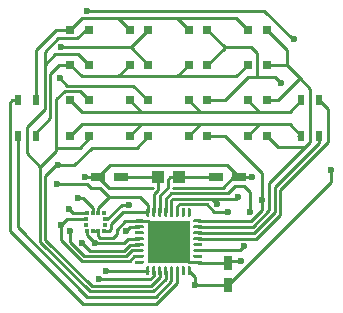
<source format=gbl>
G04 #@! TF.GenerationSoftware,KiCad,Pcbnew,5.1.9*
G04 #@! TF.CreationDate,2021-04-30T23:25:29+02:00*
G04 #@! TF.ProjectId,Watch,57617463-682e-46b6-9963-61645f706362,rev?*
G04 #@! TF.SameCoordinates,Original*
G04 #@! TF.FileFunction,Copper,L2,Bot*
G04 #@! TF.FilePolarity,Positive*
%FSLAX46Y46*%
G04 Gerber Fmt 4.6, Leading zero omitted, Abs format (unit mm)*
G04 Created by KiCad (PCBNEW 5.1.9) date 2021-04-30 23:25:29*
%MOMM*%
%LPD*%
G01*
G04 APERTURE LIST*
G04 #@! TA.AperFunction,SMDPad,CuDef*
%ADD10R,0.300000X0.350000*%
G04 #@! TD*
G04 #@! TA.AperFunction,SMDPad,CuDef*
%ADD11R,0.750000X1.200000*%
G04 #@! TD*
G04 #@! TA.AperFunction,SMDPad,CuDef*
%ADD12R,1.200000X0.750000*%
G04 #@! TD*
G04 #@! TA.AperFunction,SMDPad,CuDef*
%ADD13R,0.800000X0.800000*%
G04 #@! TD*
G04 #@! TA.AperFunction,SMDPad,CuDef*
%ADD14R,0.500000X0.900000*%
G04 #@! TD*
G04 #@! TA.AperFunction,SMDPad,CuDef*
%ADD15R,1.050000X1.100000*%
G04 #@! TD*
G04 #@! TA.AperFunction,SMDPad,CuDef*
%ADD16R,3.650000X3.650000*%
G04 #@! TD*
G04 #@! TA.AperFunction,ViaPad*
%ADD17C,0.600000*%
G04 #@! TD*
G04 #@! TA.AperFunction,Conductor*
%ADD18C,0.250000*%
G04 #@! TD*
G04 APERTURE END LIST*
D10*
X130543000Y-106557000D03*
X130543000Y-107057000D03*
X130568000Y-107582000D03*
X131068000Y-107582000D03*
X131568000Y-107582000D03*
X132068000Y-107582000D03*
X132093000Y-107057000D03*
X132093000Y-106557000D03*
X132068000Y-106032000D03*
X131568000Y-106032000D03*
X131068000Y-106032000D03*
X130568000Y-106032000D03*
D11*
X142494000Y-112136000D03*
X142494000Y-110236000D03*
D12*
X141550000Y-103000000D03*
X143450000Y-103000000D03*
X133450000Y-103000000D03*
X131550000Y-103000000D03*
D13*
X145800000Y-90500000D03*
X144200000Y-90500000D03*
X145800000Y-93500000D03*
X144200000Y-93500000D03*
X145800000Y-96500000D03*
X144200000Y-96500000D03*
X145800000Y-99500000D03*
X144200000Y-99500000D03*
X140800000Y-90500000D03*
X139200000Y-90500000D03*
X140800000Y-93500000D03*
X139200000Y-93500000D03*
X140800000Y-96500000D03*
X139200000Y-96500000D03*
X140800000Y-99500000D03*
X139200000Y-99500000D03*
X135800000Y-90500000D03*
X134200000Y-90500000D03*
X135800000Y-93500000D03*
X134200000Y-93500000D03*
X135800000Y-96500000D03*
X134200000Y-96500000D03*
X135800000Y-99500000D03*
X134200000Y-99500000D03*
X130800000Y-90500000D03*
X129200000Y-90500000D03*
X130800000Y-93500000D03*
X129200000Y-93500000D03*
X130800000Y-96500000D03*
X129200000Y-96500000D03*
X130800000Y-99500000D03*
X129200000Y-99500000D03*
D14*
X126250000Y-96500000D03*
X124750000Y-96500000D03*
X126250000Y-99500000D03*
X124750000Y-99500000D03*
X148750000Y-96500000D03*
X150250000Y-96500000D03*
X148750000Y-99500000D03*
X150250000Y-99500000D03*
D15*
X136575000Y-103000000D03*
X138425000Y-103000000D03*
G04 #@! TA.AperFunction,SMDPad,CuDef*
G36*
G01*
X135687500Y-105608000D02*
X135812500Y-105608000D01*
G75*
G02*
X135875000Y-105670500I0J-62500D01*
G01*
X135875000Y-106295500D01*
G75*
G02*
X135812500Y-106358000I-62500J0D01*
G01*
X135687500Y-106358000D01*
G75*
G02*
X135625000Y-106295500I0J62500D01*
G01*
X135625000Y-105670500D01*
G75*
G02*
X135687500Y-105608000I62500J0D01*
G01*
G37*
G04 #@! TD.AperFunction*
G04 #@! TA.AperFunction,SMDPad,CuDef*
G36*
G01*
X136187500Y-105608000D02*
X136312500Y-105608000D01*
G75*
G02*
X136375000Y-105670500I0J-62500D01*
G01*
X136375000Y-106295500D01*
G75*
G02*
X136312500Y-106358000I-62500J0D01*
G01*
X136187500Y-106358000D01*
G75*
G02*
X136125000Y-106295500I0J62500D01*
G01*
X136125000Y-105670500D01*
G75*
G02*
X136187500Y-105608000I62500J0D01*
G01*
G37*
G04 #@! TD.AperFunction*
G04 #@! TA.AperFunction,SMDPad,CuDef*
G36*
G01*
X136687500Y-105608000D02*
X136812500Y-105608000D01*
G75*
G02*
X136875000Y-105670500I0J-62500D01*
G01*
X136875000Y-106295500D01*
G75*
G02*
X136812500Y-106358000I-62500J0D01*
G01*
X136687500Y-106358000D01*
G75*
G02*
X136625000Y-106295500I0J62500D01*
G01*
X136625000Y-105670500D01*
G75*
G02*
X136687500Y-105608000I62500J0D01*
G01*
G37*
G04 #@! TD.AperFunction*
G04 #@! TA.AperFunction,SMDPad,CuDef*
G36*
G01*
X137187500Y-105608000D02*
X137312500Y-105608000D01*
G75*
G02*
X137375000Y-105670500I0J-62500D01*
G01*
X137375000Y-106295500D01*
G75*
G02*
X137312500Y-106358000I-62500J0D01*
G01*
X137187500Y-106358000D01*
G75*
G02*
X137125000Y-106295500I0J62500D01*
G01*
X137125000Y-105670500D01*
G75*
G02*
X137187500Y-105608000I62500J0D01*
G01*
G37*
G04 #@! TD.AperFunction*
G04 #@! TA.AperFunction,SMDPad,CuDef*
G36*
G01*
X137687500Y-105608000D02*
X137812500Y-105608000D01*
G75*
G02*
X137875000Y-105670500I0J-62500D01*
G01*
X137875000Y-106295500D01*
G75*
G02*
X137812500Y-106358000I-62500J0D01*
G01*
X137687500Y-106358000D01*
G75*
G02*
X137625000Y-106295500I0J62500D01*
G01*
X137625000Y-105670500D01*
G75*
G02*
X137687500Y-105608000I62500J0D01*
G01*
G37*
G04 #@! TD.AperFunction*
G04 #@! TA.AperFunction,SMDPad,CuDef*
G36*
G01*
X138187500Y-105608000D02*
X138312500Y-105608000D01*
G75*
G02*
X138375000Y-105670500I0J-62500D01*
G01*
X138375000Y-106295500D01*
G75*
G02*
X138312500Y-106358000I-62500J0D01*
G01*
X138187500Y-106358000D01*
G75*
G02*
X138125000Y-106295500I0J62500D01*
G01*
X138125000Y-105670500D01*
G75*
G02*
X138187500Y-105608000I62500J0D01*
G01*
G37*
G04 #@! TD.AperFunction*
G04 #@! TA.AperFunction,SMDPad,CuDef*
G36*
G01*
X138687500Y-105608000D02*
X138812500Y-105608000D01*
G75*
G02*
X138875000Y-105670500I0J-62500D01*
G01*
X138875000Y-106295500D01*
G75*
G02*
X138812500Y-106358000I-62500J0D01*
G01*
X138687500Y-106358000D01*
G75*
G02*
X138625000Y-106295500I0J62500D01*
G01*
X138625000Y-105670500D01*
G75*
G02*
X138687500Y-105608000I62500J0D01*
G01*
G37*
G04 #@! TD.AperFunction*
G04 #@! TA.AperFunction,SMDPad,CuDef*
G36*
G01*
X139187500Y-105608000D02*
X139312500Y-105608000D01*
G75*
G02*
X139375000Y-105670500I0J-62500D01*
G01*
X139375000Y-106295500D01*
G75*
G02*
X139312500Y-106358000I-62500J0D01*
G01*
X139187500Y-106358000D01*
G75*
G02*
X139125000Y-106295500I0J62500D01*
G01*
X139125000Y-105670500D01*
G75*
G02*
X139187500Y-105608000I62500J0D01*
G01*
G37*
G04 #@! TD.AperFunction*
G04 #@! TA.AperFunction,SMDPad,CuDef*
G36*
G01*
X139662500Y-106583000D02*
X140287500Y-106583000D01*
G75*
G02*
X140350000Y-106645500I0J-62500D01*
G01*
X140350000Y-106770500D01*
G75*
G02*
X140287500Y-106833000I-62500J0D01*
G01*
X139662500Y-106833000D01*
G75*
G02*
X139600000Y-106770500I0J62500D01*
G01*
X139600000Y-106645500D01*
G75*
G02*
X139662500Y-106583000I62500J0D01*
G01*
G37*
G04 #@! TD.AperFunction*
G04 #@! TA.AperFunction,SMDPad,CuDef*
G36*
G01*
X139662500Y-107083000D02*
X140287500Y-107083000D01*
G75*
G02*
X140350000Y-107145500I0J-62500D01*
G01*
X140350000Y-107270500D01*
G75*
G02*
X140287500Y-107333000I-62500J0D01*
G01*
X139662500Y-107333000D01*
G75*
G02*
X139600000Y-107270500I0J62500D01*
G01*
X139600000Y-107145500D01*
G75*
G02*
X139662500Y-107083000I62500J0D01*
G01*
G37*
G04 #@! TD.AperFunction*
G04 #@! TA.AperFunction,SMDPad,CuDef*
G36*
G01*
X139662500Y-107583000D02*
X140287500Y-107583000D01*
G75*
G02*
X140350000Y-107645500I0J-62500D01*
G01*
X140350000Y-107770500D01*
G75*
G02*
X140287500Y-107833000I-62500J0D01*
G01*
X139662500Y-107833000D01*
G75*
G02*
X139600000Y-107770500I0J62500D01*
G01*
X139600000Y-107645500D01*
G75*
G02*
X139662500Y-107583000I62500J0D01*
G01*
G37*
G04 #@! TD.AperFunction*
G04 #@! TA.AperFunction,SMDPad,CuDef*
G36*
G01*
X139662500Y-108083000D02*
X140287500Y-108083000D01*
G75*
G02*
X140350000Y-108145500I0J-62500D01*
G01*
X140350000Y-108270500D01*
G75*
G02*
X140287500Y-108333000I-62500J0D01*
G01*
X139662500Y-108333000D01*
G75*
G02*
X139600000Y-108270500I0J62500D01*
G01*
X139600000Y-108145500D01*
G75*
G02*
X139662500Y-108083000I62500J0D01*
G01*
G37*
G04 #@! TD.AperFunction*
G04 #@! TA.AperFunction,SMDPad,CuDef*
G36*
G01*
X139662500Y-108583000D02*
X140287500Y-108583000D01*
G75*
G02*
X140350000Y-108645500I0J-62500D01*
G01*
X140350000Y-108770500D01*
G75*
G02*
X140287500Y-108833000I-62500J0D01*
G01*
X139662500Y-108833000D01*
G75*
G02*
X139600000Y-108770500I0J62500D01*
G01*
X139600000Y-108645500D01*
G75*
G02*
X139662500Y-108583000I62500J0D01*
G01*
G37*
G04 #@! TD.AperFunction*
G04 #@! TA.AperFunction,SMDPad,CuDef*
G36*
G01*
X139662500Y-109083000D02*
X140287500Y-109083000D01*
G75*
G02*
X140350000Y-109145500I0J-62500D01*
G01*
X140350000Y-109270500D01*
G75*
G02*
X140287500Y-109333000I-62500J0D01*
G01*
X139662500Y-109333000D01*
G75*
G02*
X139600000Y-109270500I0J62500D01*
G01*
X139600000Y-109145500D01*
G75*
G02*
X139662500Y-109083000I62500J0D01*
G01*
G37*
G04 #@! TD.AperFunction*
G04 #@! TA.AperFunction,SMDPad,CuDef*
G36*
G01*
X139662500Y-109583000D02*
X140287500Y-109583000D01*
G75*
G02*
X140350000Y-109645500I0J-62500D01*
G01*
X140350000Y-109770500D01*
G75*
G02*
X140287500Y-109833000I-62500J0D01*
G01*
X139662500Y-109833000D01*
G75*
G02*
X139600000Y-109770500I0J62500D01*
G01*
X139600000Y-109645500D01*
G75*
G02*
X139662500Y-109583000I62500J0D01*
G01*
G37*
G04 #@! TD.AperFunction*
G04 #@! TA.AperFunction,SMDPad,CuDef*
G36*
G01*
X139662500Y-110083000D02*
X140287500Y-110083000D01*
G75*
G02*
X140350000Y-110145500I0J-62500D01*
G01*
X140350000Y-110270500D01*
G75*
G02*
X140287500Y-110333000I-62500J0D01*
G01*
X139662500Y-110333000D01*
G75*
G02*
X139600000Y-110270500I0J62500D01*
G01*
X139600000Y-110145500D01*
G75*
G02*
X139662500Y-110083000I62500J0D01*
G01*
G37*
G04 #@! TD.AperFunction*
G04 #@! TA.AperFunction,SMDPad,CuDef*
G36*
G01*
X139187500Y-110558000D02*
X139312500Y-110558000D01*
G75*
G02*
X139375000Y-110620500I0J-62500D01*
G01*
X139375000Y-111245500D01*
G75*
G02*
X139312500Y-111308000I-62500J0D01*
G01*
X139187500Y-111308000D01*
G75*
G02*
X139125000Y-111245500I0J62500D01*
G01*
X139125000Y-110620500D01*
G75*
G02*
X139187500Y-110558000I62500J0D01*
G01*
G37*
G04 #@! TD.AperFunction*
G04 #@! TA.AperFunction,SMDPad,CuDef*
G36*
G01*
X138687500Y-110558000D02*
X138812500Y-110558000D01*
G75*
G02*
X138875000Y-110620500I0J-62500D01*
G01*
X138875000Y-111245500D01*
G75*
G02*
X138812500Y-111308000I-62500J0D01*
G01*
X138687500Y-111308000D01*
G75*
G02*
X138625000Y-111245500I0J62500D01*
G01*
X138625000Y-110620500D01*
G75*
G02*
X138687500Y-110558000I62500J0D01*
G01*
G37*
G04 #@! TD.AperFunction*
G04 #@! TA.AperFunction,SMDPad,CuDef*
G36*
G01*
X138187500Y-110558000D02*
X138312500Y-110558000D01*
G75*
G02*
X138375000Y-110620500I0J-62500D01*
G01*
X138375000Y-111245500D01*
G75*
G02*
X138312500Y-111308000I-62500J0D01*
G01*
X138187500Y-111308000D01*
G75*
G02*
X138125000Y-111245500I0J62500D01*
G01*
X138125000Y-110620500D01*
G75*
G02*
X138187500Y-110558000I62500J0D01*
G01*
G37*
G04 #@! TD.AperFunction*
G04 #@! TA.AperFunction,SMDPad,CuDef*
G36*
G01*
X137687500Y-110558000D02*
X137812500Y-110558000D01*
G75*
G02*
X137875000Y-110620500I0J-62500D01*
G01*
X137875000Y-111245500D01*
G75*
G02*
X137812500Y-111308000I-62500J0D01*
G01*
X137687500Y-111308000D01*
G75*
G02*
X137625000Y-111245500I0J62500D01*
G01*
X137625000Y-110620500D01*
G75*
G02*
X137687500Y-110558000I62500J0D01*
G01*
G37*
G04 #@! TD.AperFunction*
G04 #@! TA.AperFunction,SMDPad,CuDef*
G36*
G01*
X137187500Y-110558000D02*
X137312500Y-110558000D01*
G75*
G02*
X137375000Y-110620500I0J-62500D01*
G01*
X137375000Y-111245500D01*
G75*
G02*
X137312500Y-111308000I-62500J0D01*
G01*
X137187500Y-111308000D01*
G75*
G02*
X137125000Y-111245500I0J62500D01*
G01*
X137125000Y-110620500D01*
G75*
G02*
X137187500Y-110558000I62500J0D01*
G01*
G37*
G04 #@! TD.AperFunction*
G04 #@! TA.AperFunction,SMDPad,CuDef*
G36*
G01*
X136687500Y-110558000D02*
X136812500Y-110558000D01*
G75*
G02*
X136875000Y-110620500I0J-62500D01*
G01*
X136875000Y-111245500D01*
G75*
G02*
X136812500Y-111308000I-62500J0D01*
G01*
X136687500Y-111308000D01*
G75*
G02*
X136625000Y-111245500I0J62500D01*
G01*
X136625000Y-110620500D01*
G75*
G02*
X136687500Y-110558000I62500J0D01*
G01*
G37*
G04 #@! TD.AperFunction*
G04 #@! TA.AperFunction,SMDPad,CuDef*
G36*
G01*
X136187500Y-110558000D02*
X136312500Y-110558000D01*
G75*
G02*
X136375000Y-110620500I0J-62500D01*
G01*
X136375000Y-111245500D01*
G75*
G02*
X136312500Y-111308000I-62500J0D01*
G01*
X136187500Y-111308000D01*
G75*
G02*
X136125000Y-111245500I0J62500D01*
G01*
X136125000Y-110620500D01*
G75*
G02*
X136187500Y-110558000I62500J0D01*
G01*
G37*
G04 #@! TD.AperFunction*
G04 #@! TA.AperFunction,SMDPad,CuDef*
G36*
G01*
X135687500Y-110558000D02*
X135812500Y-110558000D01*
G75*
G02*
X135875000Y-110620500I0J-62500D01*
G01*
X135875000Y-111245500D01*
G75*
G02*
X135812500Y-111308000I-62500J0D01*
G01*
X135687500Y-111308000D01*
G75*
G02*
X135625000Y-111245500I0J62500D01*
G01*
X135625000Y-110620500D01*
G75*
G02*
X135687500Y-110558000I62500J0D01*
G01*
G37*
G04 #@! TD.AperFunction*
G04 #@! TA.AperFunction,SMDPad,CuDef*
G36*
G01*
X134712500Y-110083000D02*
X135337500Y-110083000D01*
G75*
G02*
X135400000Y-110145500I0J-62500D01*
G01*
X135400000Y-110270500D01*
G75*
G02*
X135337500Y-110333000I-62500J0D01*
G01*
X134712500Y-110333000D01*
G75*
G02*
X134650000Y-110270500I0J62500D01*
G01*
X134650000Y-110145500D01*
G75*
G02*
X134712500Y-110083000I62500J0D01*
G01*
G37*
G04 #@! TD.AperFunction*
G04 #@! TA.AperFunction,SMDPad,CuDef*
G36*
G01*
X134712500Y-109583000D02*
X135337500Y-109583000D01*
G75*
G02*
X135400000Y-109645500I0J-62500D01*
G01*
X135400000Y-109770500D01*
G75*
G02*
X135337500Y-109833000I-62500J0D01*
G01*
X134712500Y-109833000D01*
G75*
G02*
X134650000Y-109770500I0J62500D01*
G01*
X134650000Y-109645500D01*
G75*
G02*
X134712500Y-109583000I62500J0D01*
G01*
G37*
G04 #@! TD.AperFunction*
G04 #@! TA.AperFunction,SMDPad,CuDef*
G36*
G01*
X134712500Y-109083000D02*
X135337500Y-109083000D01*
G75*
G02*
X135400000Y-109145500I0J-62500D01*
G01*
X135400000Y-109270500D01*
G75*
G02*
X135337500Y-109333000I-62500J0D01*
G01*
X134712500Y-109333000D01*
G75*
G02*
X134650000Y-109270500I0J62500D01*
G01*
X134650000Y-109145500D01*
G75*
G02*
X134712500Y-109083000I62500J0D01*
G01*
G37*
G04 #@! TD.AperFunction*
G04 #@! TA.AperFunction,SMDPad,CuDef*
G36*
G01*
X134712500Y-108583000D02*
X135337500Y-108583000D01*
G75*
G02*
X135400000Y-108645500I0J-62500D01*
G01*
X135400000Y-108770500D01*
G75*
G02*
X135337500Y-108833000I-62500J0D01*
G01*
X134712500Y-108833000D01*
G75*
G02*
X134650000Y-108770500I0J62500D01*
G01*
X134650000Y-108645500D01*
G75*
G02*
X134712500Y-108583000I62500J0D01*
G01*
G37*
G04 #@! TD.AperFunction*
G04 #@! TA.AperFunction,SMDPad,CuDef*
G36*
G01*
X134712500Y-108083000D02*
X135337500Y-108083000D01*
G75*
G02*
X135400000Y-108145500I0J-62500D01*
G01*
X135400000Y-108270500D01*
G75*
G02*
X135337500Y-108333000I-62500J0D01*
G01*
X134712500Y-108333000D01*
G75*
G02*
X134650000Y-108270500I0J62500D01*
G01*
X134650000Y-108145500D01*
G75*
G02*
X134712500Y-108083000I62500J0D01*
G01*
G37*
G04 #@! TD.AperFunction*
G04 #@! TA.AperFunction,SMDPad,CuDef*
G36*
G01*
X134712500Y-107583000D02*
X135337500Y-107583000D01*
G75*
G02*
X135400000Y-107645500I0J-62500D01*
G01*
X135400000Y-107770500D01*
G75*
G02*
X135337500Y-107833000I-62500J0D01*
G01*
X134712500Y-107833000D01*
G75*
G02*
X134650000Y-107770500I0J62500D01*
G01*
X134650000Y-107645500D01*
G75*
G02*
X134712500Y-107583000I62500J0D01*
G01*
G37*
G04 #@! TD.AperFunction*
G04 #@! TA.AperFunction,SMDPad,CuDef*
G36*
G01*
X134712500Y-107083000D02*
X135337500Y-107083000D01*
G75*
G02*
X135400000Y-107145500I0J-62500D01*
G01*
X135400000Y-107270500D01*
G75*
G02*
X135337500Y-107333000I-62500J0D01*
G01*
X134712500Y-107333000D01*
G75*
G02*
X134650000Y-107270500I0J62500D01*
G01*
X134650000Y-107145500D01*
G75*
G02*
X134712500Y-107083000I62500J0D01*
G01*
G37*
G04 #@! TD.AperFunction*
G04 #@! TA.AperFunction,SMDPad,CuDef*
G36*
G01*
X134712500Y-106583000D02*
X135337500Y-106583000D01*
G75*
G02*
X135400000Y-106645500I0J-62500D01*
G01*
X135400000Y-106770500D01*
G75*
G02*
X135337500Y-106833000I-62500J0D01*
G01*
X134712500Y-106833000D01*
G75*
G02*
X134650000Y-106770500I0J62500D01*
G01*
X134650000Y-106645500D01*
G75*
G02*
X134712500Y-106583000I62500J0D01*
G01*
G37*
G04 #@! TD.AperFunction*
D16*
X137500000Y-108458000D03*
D17*
X143364094Y-104657990D03*
X141605000Y-105283000D03*
X128083979Y-103612012D03*
X151257000Y-102362000D03*
X139783990Y-112141000D03*
X144600000Y-102997000D03*
X143637000Y-110109000D03*
X130425658Y-102987002D03*
X129032000Y-105664000D03*
X129168990Y-107578990D03*
X128397000Y-107061000D03*
X144398730Y-105917730D03*
X129794000Y-104775000D03*
X130175000Y-108585000D03*
X134149906Y-105320906D03*
X142494000Y-105918000D03*
X131246161Y-108592994D03*
X147000000Y-95000000D03*
X145413968Y-104901988D03*
X128397000Y-91948000D03*
X128270000Y-94615000D03*
X128124000Y-102000000D03*
X131653034Y-111585649D03*
X132185070Y-110986894D03*
X133858000Y-107569000D03*
X143885814Y-108845223D03*
X148082000Y-91313000D03*
X130556000Y-88900000D03*
D18*
X135050000Y-104648000D02*
X135750000Y-105348000D01*
X135750000Y-105348000D02*
X135750000Y-105983000D01*
X133858000Y-104648000D02*
X135050000Y-104648000D01*
X131568000Y-106032000D02*
X131568000Y-105607000D01*
X132461000Y-104648000D02*
X133858000Y-104648000D01*
X132461000Y-104714000D02*
X131568000Y-105607000D01*
X132461000Y-104648000D02*
X132461000Y-104714000D01*
X134555000Y-105983000D02*
X135750000Y-105983000D01*
X133666000Y-105983000D02*
X134555000Y-105983000D01*
X132651500Y-107398500D02*
X132651500Y-106997500D01*
X132468000Y-107582000D02*
X132651500Y-107398500D01*
X132651500Y-106997500D02*
X133666000Y-105983000D01*
X132068000Y-107582000D02*
X132468000Y-107582000D01*
X143181033Y-104841051D02*
X143364094Y-104657990D01*
X137750000Y-105983000D02*
X137750000Y-104948410D01*
X137750000Y-104948410D02*
X137857359Y-104841051D01*
X140776949Y-104841051D02*
X141163051Y-104841051D01*
X140776949Y-104841051D02*
X143181033Y-104841051D01*
X137857359Y-104841051D02*
X140776949Y-104841051D01*
X141163051Y-104841051D02*
X141605000Y-105283000D01*
X132461000Y-104648000D02*
X131725011Y-103912011D01*
X130610990Y-103612012D02*
X130910989Y-103912011D01*
X128083979Y-103612012D02*
X130610990Y-103612012D01*
X131725011Y-103912011D02*
X130910989Y-103912011D01*
X142494000Y-112136000D02*
X142499000Y-112136000D01*
X151257000Y-103378000D02*
X151257000Y-102362000D01*
X142499000Y-112136000D02*
X151257000Y-103378000D01*
X139788990Y-112136000D02*
X139783990Y-112141000D01*
X139783990Y-111466990D02*
X139783990Y-112141000D01*
X142494000Y-112136000D02*
X139788990Y-112136000D01*
X139250000Y-110933000D02*
X139783990Y-111466990D01*
X132750000Y-102000000D02*
X142000000Y-102000000D01*
X132750000Y-102000000D02*
X132550000Y-102000000D01*
X142450000Y-102000000D02*
X143450000Y-103000000D01*
X132550000Y-102000000D02*
X131550000Y-103000000D01*
X142000000Y-102000000D02*
X142450000Y-102000000D01*
X142450000Y-102000000D02*
X143450000Y-103000000D01*
X131068000Y-107582000D02*
X131568000Y-107582000D01*
X131550000Y-103000000D02*
X132436000Y-103886000D01*
X132436000Y-103886000D02*
X135763000Y-103886000D01*
X135763000Y-103886000D02*
X136144000Y-103886000D01*
X135750000Y-106708000D02*
X137500000Y-108458000D01*
X135025000Y-106708000D02*
X135750000Y-106708000D01*
X139250000Y-110208000D02*
X137500000Y-108458000D01*
X139975000Y-110208000D02*
X139250000Y-110208000D01*
X144650000Y-103000000D02*
X144653000Y-102997000D01*
X144597000Y-103000000D02*
X144600000Y-102997000D01*
X143450000Y-103000000D02*
X144597000Y-103000000D01*
X142621000Y-110109000D02*
X142494000Y-110236000D01*
X143637000Y-110109000D02*
X142621000Y-110109000D01*
X140003000Y-110236000D02*
X139975000Y-110208000D01*
X142494000Y-110236000D02*
X140003000Y-110236000D01*
X142996179Y-103000000D02*
X142110179Y-103886000D01*
X142110179Y-103886000D02*
X137875011Y-103886000D01*
X143450000Y-103000000D02*
X142996179Y-103000000D01*
X131550000Y-103000000D02*
X130438656Y-103000000D01*
X133830000Y-106708000D02*
X135025000Y-106708000D01*
X131568000Y-108007000D02*
X131703983Y-108142983D01*
X133101511Y-107436489D02*
X133830000Y-106708000D01*
X131703983Y-108142983D02*
X132776017Y-108142983D01*
X132776017Y-108142983D02*
X133101511Y-107817489D01*
X131568000Y-107582000D02*
X131568000Y-108007000D01*
X133101511Y-107817489D02*
X133101511Y-107436489D01*
X138225000Y-89525000D02*
X143225000Y-89525000D01*
X143225000Y-89525000D02*
X144200000Y-90500000D01*
X138225000Y-89525000D02*
X139200000Y-90500000D01*
X129200000Y-90500000D02*
X129250000Y-90500000D01*
X133225000Y-89525000D02*
X134200000Y-90500000D01*
X127964000Y-90500000D02*
X128321000Y-90500000D01*
X126250000Y-92214000D02*
X127964000Y-90500000D01*
X128321000Y-90500000D02*
X129200000Y-90500000D01*
X126250000Y-96500000D02*
X126250000Y-92214000D01*
X133225000Y-89525000D02*
X133741000Y-89525000D01*
X133741000Y-89525000D02*
X134102000Y-89525000D01*
X134102000Y-89525000D02*
X138225000Y-89525000D01*
X129200000Y-90500000D02*
X130175000Y-89525000D01*
X130175000Y-89525000D02*
X130566000Y-89525000D01*
X130566000Y-89525000D02*
X130275000Y-89525000D01*
X134102000Y-89525000D02*
X130566000Y-89525000D01*
X138225000Y-94475000D02*
X143225000Y-94475000D01*
X143225000Y-94475000D02*
X144200000Y-93500000D01*
X133225000Y-94475000D02*
X138225000Y-94475000D01*
X138225000Y-94475000D02*
X139200000Y-93500000D01*
X133225000Y-94475000D02*
X134200000Y-93500000D01*
X126250000Y-99500000D02*
X126250000Y-99250000D01*
X126250000Y-99250000D02*
X127500000Y-98000000D01*
X127500000Y-98000000D02*
X127500000Y-95200000D01*
X127500000Y-95200000D02*
X127500000Y-94242000D01*
X128242000Y-93500000D02*
X129200000Y-93500000D01*
X127500000Y-94242000D02*
X128242000Y-93500000D01*
X129200000Y-93500000D02*
X129200000Y-93513000D01*
X130162000Y-94475000D02*
X130289000Y-94475000D01*
X129200000Y-93513000D02*
X130162000Y-94475000D01*
X130289000Y-94475000D02*
X133225000Y-94475000D01*
X136250000Y-97500000D02*
X130200000Y-97500000D01*
X130200000Y-97500000D02*
X129200000Y-96500000D01*
X140250000Y-97500000D02*
X136250000Y-97500000D01*
X136250000Y-97500000D02*
X135200000Y-97500000D01*
X135200000Y-97500000D02*
X134200000Y-96500000D01*
X145200000Y-97500000D02*
X147750000Y-97500000D01*
X147750000Y-97500000D02*
X148750000Y-96500000D01*
X145200000Y-97500000D02*
X140250000Y-97500000D01*
X140250000Y-97500000D02*
X140200000Y-97500000D01*
X140200000Y-97500000D02*
X139200000Y-96500000D01*
X145200000Y-97500000D02*
X144200000Y-96500000D01*
X145250000Y-98500000D02*
X147750000Y-98500000D01*
X147750000Y-98500000D02*
X148750000Y-99500000D01*
X135200000Y-98500000D02*
X130200000Y-98500000D01*
X130200000Y-98500000D02*
X129200000Y-99500000D01*
X140250000Y-98500000D02*
X135200000Y-98500000D01*
X135200000Y-98500000D02*
X134200000Y-99500000D01*
X145250000Y-98500000D02*
X140250000Y-98500000D01*
X140250000Y-98500000D02*
X140200000Y-98500000D01*
X140200000Y-98500000D02*
X139200000Y-99500000D01*
X148750000Y-99500000D02*
X148500000Y-99500000D01*
X145250000Y-98500000D02*
X145200000Y-98500000D01*
X145200000Y-98500000D02*
X144200000Y-99500000D01*
X144200000Y-99500000D02*
X144200000Y-99700000D01*
X139200000Y-99500000D02*
X139200000Y-99700000D01*
X130568000Y-106032000D02*
X129400000Y-106032000D01*
X129400000Y-106032000D02*
X129032000Y-105664000D01*
X130337121Y-109672125D02*
X129168990Y-108503994D01*
X135025000Y-109208000D02*
X134383643Y-109208000D01*
X134383643Y-109208000D02*
X133919518Y-109672125D01*
X133919518Y-109672125D02*
X130337121Y-109672125D01*
X129168990Y-108503994D02*
X129168990Y-107578990D01*
X130543000Y-106557000D02*
X128901000Y-106557000D01*
X128901000Y-106557000D02*
X128397000Y-107061000D01*
X128397000Y-108297704D02*
X130204765Y-110105469D01*
X134601978Y-109708000D02*
X135025000Y-109708000D01*
X128397000Y-107061000D02*
X128397000Y-108297704D01*
X134204509Y-110105469D02*
X134601978Y-109708000D01*
X132845531Y-110105469D02*
X132464531Y-110105469D01*
X131314469Y-110105469D02*
X133219469Y-110105469D01*
X133219469Y-110105469D02*
X134204509Y-110105469D01*
X132845531Y-110105469D02*
X133219469Y-110105469D01*
X130204765Y-110105469D02*
X131314469Y-110105469D01*
X131314469Y-110105469D02*
X131812331Y-110105469D01*
X144398730Y-104767908D02*
X144398730Y-105917730D01*
X144398730Y-104266730D02*
X144398730Y-104767908D01*
X143891000Y-103759000D02*
X144398730Y-104266730D01*
X143129000Y-103759000D02*
X143891000Y-103759000D01*
X142551991Y-104336009D02*
X143129000Y-103759000D01*
X137725990Y-104336009D02*
X142551991Y-104336009D01*
X137250000Y-104812000D02*
X137725990Y-104336009D01*
X137250000Y-105983000D02*
X137250000Y-104812000D01*
X131068000Y-105621998D02*
X131068000Y-106032000D01*
X130221002Y-104775000D02*
X131068000Y-105621998D01*
X129794000Y-104775000D02*
X130221002Y-104775000D01*
X134489000Y-108708000D02*
X135025000Y-108708000D01*
X134263851Y-108708000D02*
X134489000Y-108708000D01*
X134247233Y-108708000D02*
X134489000Y-108708000D01*
X133735242Y-109219991D02*
X134247233Y-108708000D01*
X133730991Y-109219991D02*
X133735242Y-109219991D01*
X134242982Y-108708000D02*
X133730991Y-109219991D01*
X135025000Y-108708000D02*
X134242982Y-108708000D01*
X130809991Y-109219991D02*
X130175000Y-108585000D01*
X131466904Y-109219991D02*
X130809991Y-109219991D01*
X131466904Y-109219991D02*
X133730991Y-109219991D01*
X138425000Y-103000000D02*
X141550000Y-103000000D01*
X138425000Y-103000000D02*
X137650000Y-103000000D01*
X137650000Y-103000000D02*
X137425001Y-103224999D01*
X137425001Y-103224999D02*
X137425001Y-103877821D01*
X137425001Y-103877821D02*
X136750000Y-104552822D01*
X136750000Y-104552822D02*
X136750000Y-105348000D01*
X136750000Y-105348000D02*
X136750000Y-105983000D01*
X136575000Y-103000000D02*
X133450000Y-103000000D01*
X136250000Y-105348000D02*
X136250000Y-104416411D01*
X136250000Y-104416411D02*
X136594011Y-104072400D01*
X136594011Y-103019011D02*
X136575000Y-103000000D01*
X136594011Y-104072400D02*
X136594011Y-103019011D01*
X136250000Y-105348000D02*
X136250000Y-105983000D01*
X132093000Y-106557000D02*
X132316810Y-106557000D01*
X133552904Y-105320906D02*
X134149906Y-105320906D01*
X132316810Y-106557000D02*
X133552904Y-105320906D01*
X138250000Y-105463000D02*
X138250000Y-105983000D01*
X140753996Y-105283000D02*
X138430000Y-105283000D01*
X141388996Y-105918000D02*
X140753996Y-105283000D01*
X142494000Y-105918000D02*
X141388996Y-105918000D01*
X138430000Y-105283000D02*
X138250000Y-105463000D01*
X134106572Y-108208000D02*
X133721578Y-108592994D01*
X130568000Y-107914833D02*
X131246161Y-108592994D01*
X133721578Y-108592994D02*
X131246161Y-108592994D01*
X130568000Y-107582000D02*
X130568000Y-107914833D01*
X135025000Y-108208000D02*
X134106572Y-108208000D01*
X145800000Y-96500000D02*
X146750000Y-96500000D01*
X146750000Y-96500000D02*
X148625000Y-94625000D01*
X147500000Y-93500000D02*
X145800000Y-93500000D01*
X148625000Y-94625000D02*
X147500000Y-93500000D01*
X149500000Y-100052179D02*
X149500000Y-95500000D01*
X149500000Y-95500000D02*
X148625000Y-94625000D01*
X146050000Y-99750000D02*
X145800000Y-99500000D01*
X149096590Y-100455590D02*
X147067410Y-100455590D01*
X149096590Y-100455590D02*
X149500000Y-100052179D01*
X144628770Y-107208000D02*
X146038978Y-105797792D01*
X139975000Y-107208000D02*
X144628770Y-107208000D01*
X146755590Y-100455590D02*
X145800000Y-99500000D01*
X147067410Y-100455590D02*
X146755590Y-100455590D01*
X149096590Y-100455590D02*
X149096590Y-100458410D01*
X149096590Y-100458410D02*
X146038978Y-103516022D01*
X146038978Y-105797792D02*
X146038978Y-103516022D01*
X147500000Y-92200000D02*
X145800000Y-90500000D01*
X147500000Y-93500000D02*
X147500000Y-92200000D01*
X146500000Y-94500000D02*
X145000000Y-94500000D01*
X147000000Y-95000000D02*
X146500000Y-94500000D01*
X140800000Y-99500000D02*
X140750000Y-99500000D01*
X140800000Y-99500000D02*
X141000000Y-99500000D01*
X145000000Y-94500000D02*
X144250000Y-94500000D01*
X142250000Y-96500000D02*
X140800000Y-96500000D01*
X144250000Y-94500000D02*
X142250000Y-96500000D01*
X142275000Y-92025000D02*
X142275000Y-91975000D01*
X142275000Y-91975000D02*
X140800000Y-90500000D01*
X142300000Y-92000000D02*
X142275000Y-92025000D01*
X142275000Y-92025000D02*
X140800000Y-93500000D01*
X144500000Y-92000000D02*
X142300000Y-92000000D01*
X145000000Y-92500000D02*
X144500000Y-92000000D01*
X145000000Y-94500000D02*
X145000000Y-92500000D01*
X142299000Y-99500000D02*
X145413968Y-102614968D01*
X145413968Y-102614968D02*
X145413968Y-104901988D01*
X140800000Y-99500000D02*
X142299000Y-99500000D01*
X145413968Y-105786392D02*
X145413968Y-104901988D01*
X144492359Y-106708000D02*
X145413968Y-105786392D01*
X139975000Y-106708000D02*
X144492359Y-106708000D01*
X134800000Y-100500000D02*
X135800000Y-99500000D01*
X135800000Y-99500000D02*
X135750000Y-99500000D01*
X131000000Y-100500000D02*
X134800000Y-100500000D01*
X134300000Y-92000000D02*
X135800000Y-93500000D01*
X134300000Y-92000000D02*
X135800000Y-90500000D01*
X135800000Y-93500000D02*
X135750000Y-93500000D01*
X135800000Y-90500000D02*
X135800000Y-90700000D01*
X129500000Y-102000000D02*
X131000000Y-100500000D01*
X128449000Y-92000000D02*
X128397000Y-91948000D01*
X134300000Y-92000000D02*
X128449000Y-92000000D01*
X127075011Y-108283008D02*
X131002653Y-112210650D01*
X136031783Y-112210650D02*
X136750000Y-111492433D01*
X131002653Y-112210650D02*
X136031783Y-112210650D01*
X136750000Y-111492433D02*
X136750000Y-110933000D01*
X127075011Y-102924989D02*
X127075011Y-108283008D01*
X128000000Y-102000000D02*
X127075011Y-102924989D01*
X135750000Y-96500000D02*
X134500000Y-95250000D01*
X128905000Y-95250000D02*
X128270000Y-94615000D01*
X130500000Y-95250000D02*
X128905000Y-95250000D01*
X130500000Y-95250000D02*
X134500000Y-95250000D01*
X135800000Y-96500000D02*
X135750000Y-96500000D01*
X128124000Y-102000000D02*
X129500000Y-102000000D01*
X128000000Y-102000000D02*
X128124000Y-102000000D01*
X128000000Y-100750000D02*
X128000000Y-100500000D01*
X128000000Y-100500000D02*
X130000000Y-100500000D01*
X130000000Y-100500000D02*
X130800000Y-99700000D01*
X130800000Y-99700000D02*
X130800000Y-99500000D01*
X128000000Y-100750000D02*
X126625000Y-102125000D01*
X125500000Y-98750000D02*
X127000000Y-97250000D01*
X127000000Y-97250000D02*
X127000000Y-93500000D01*
X125500000Y-100987590D02*
X125500000Y-98750000D01*
X126624999Y-102112589D02*
X125500000Y-100987590D01*
X126625000Y-102125000D02*
X126624999Y-102112589D01*
X128718600Y-95700011D02*
X130000011Y-95700011D01*
X128000000Y-100500000D02*
X128000000Y-96418611D01*
X128000000Y-96418611D02*
X128718600Y-95700011D01*
X130000011Y-95700011D02*
X130800000Y-96500000D01*
X129873002Y-92573002D02*
X130800000Y-93500000D01*
X127000000Y-92419996D02*
X127000000Y-93500000D01*
X130500000Y-90500000D02*
X129756011Y-91243989D01*
X129756011Y-91243989D02*
X128176007Y-91243989D01*
X127926998Y-92573002D02*
X129873002Y-92573002D01*
X128176007Y-91243989D02*
X127000000Y-92419996D01*
X127000000Y-93500000D02*
X127926998Y-92573002D01*
X130800000Y-90500000D02*
X130500000Y-90500000D01*
X136218183Y-112660661D02*
X137250000Y-111628844D01*
X137250000Y-111628844D02*
X137250000Y-110933000D01*
X126625000Y-102125000D02*
X126625000Y-108469408D01*
X130816253Y-112660661D02*
X136218183Y-112660661D01*
X126625000Y-108469408D02*
X130816253Y-112660661D01*
X124750000Y-96500000D02*
X124250000Y-96500000D01*
X124250000Y-96500000D02*
X124048485Y-96701515D01*
X124048485Y-96701515D02*
X124048485Y-107574487D01*
X124048485Y-107574487D02*
X130219029Y-113745031D01*
X130219029Y-113745031D02*
X136465969Y-113745031D01*
X136465969Y-113745031D02*
X138250000Y-111961000D01*
X138250000Y-111961000D02*
X138250000Y-110933000D01*
X124750000Y-107230819D02*
X124750000Y-99500000D01*
X137750000Y-111765255D02*
X136404583Y-113110672D01*
X137750000Y-110933000D02*
X137750000Y-111765255D01*
X130629853Y-113110672D02*
X124750000Y-107230819D01*
X136404583Y-113110672D02*
X130629853Y-113110672D01*
X146939000Y-106170590D02*
X146939000Y-104096002D01*
X139975000Y-108208000D02*
X144901589Y-108208000D01*
X144901589Y-108208000D02*
X146939000Y-106170590D01*
X151044501Y-97294501D02*
X151017500Y-97267500D01*
X151044501Y-99990501D02*
X151044501Y-97294501D01*
X151017500Y-97267500D02*
X150250000Y-96500000D01*
X146939000Y-104096002D02*
X151044501Y-99990501D01*
X150250000Y-100067000D02*
X150250000Y-99500000D01*
X146488989Y-103828011D02*
X150250000Y-100067000D01*
X144765180Y-107708000D02*
X146488989Y-105984191D01*
X146488989Y-105984191D02*
X146488989Y-103828011D01*
X139975000Y-107708000D02*
X144765180Y-107708000D01*
X135973022Y-111633000D02*
X131700385Y-111633000D01*
X136250000Y-111356022D02*
X135973022Y-111633000D01*
X131700385Y-111633000D02*
X131653034Y-111585649D01*
X136250000Y-110933000D02*
X136250000Y-111356022D01*
X135750000Y-110933000D02*
X132239010Y-110933000D01*
X132239010Y-110933000D02*
X132184408Y-110987602D01*
X134219000Y-107208000D02*
X133858000Y-107569000D01*
X135025000Y-107208000D02*
X134219000Y-107208000D01*
X143523037Y-109208000D02*
X143885814Y-108845223D01*
X139975000Y-109208000D02*
X143523037Y-109208000D01*
X147998002Y-91313000D02*
X148082000Y-91313000D01*
X145585002Y-88900000D02*
X147998002Y-91313000D01*
X130556000Y-88900000D02*
X145585002Y-88900000D01*
M02*

</source>
